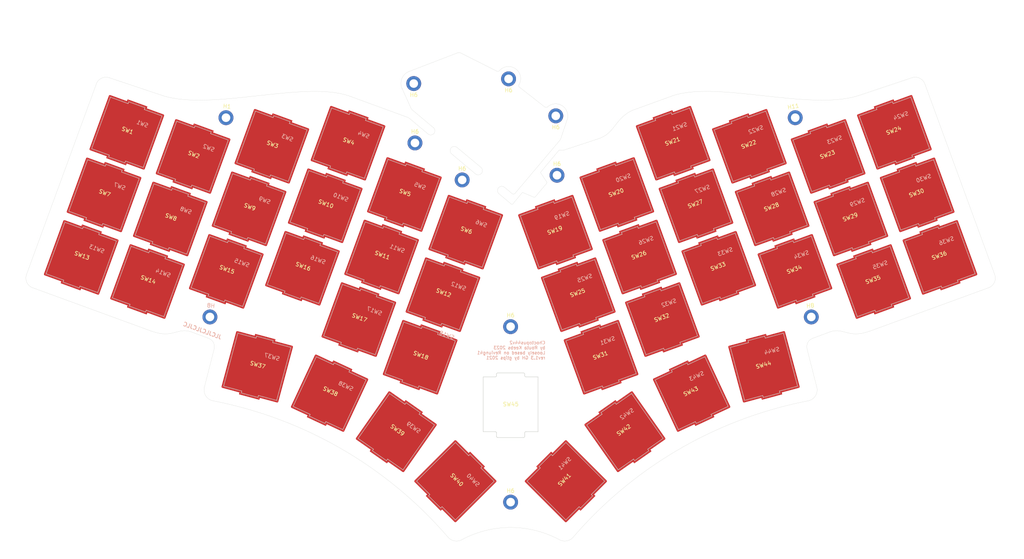
<source format=kicad_pcb>
(kicad_pcb (version 20211014) (generator pcbnew)
  (title_block (title "Choctopus44 switch plate") (date "2023-05-11") (rev "2.0"))
  (layers (0 "F.Cu" signal) (31 "B.Cu" signal) (34 "B.Paste" user) (35 "F.Paste" user) (36 "B.SilkS" user "B.Silkscreen") (37 "F.SilkS" user "F.Silkscreen") (38 "B.Mask" user) (39 "F.Mask" user) (44 "Edge.Cuts" user))
  (net 0 "")
  (net 1 "GND")
  (footprint "custom-electronics:choc-plate-cutout" (layer "F.Cu") (at 106.763682 65.017964 -20)
    (fp_text reference "SW4")
    (fp_text value "SW_PUSH")
    (fp_line (start 2.2 -7.5) (end 2.2 -7) (layer "Edge.Cuts") (width 0.12))
    (fp_line (start -2.2 -7) (end -7 -7) (layer "Edge.Cuts") (width 0.12))
    (fp_line (start 2.2 7.5) (end 2.2 7) (layer "Edge.Cuts") (width 0.12))
    (fp_line (start -7 -7) (end -7 7) (layer "Edge.Cuts") (width 0.12))
    (fp_line (start -2.2 7.5) (end -2.2 7) (layer "Edge.Cuts") (width 0.12))
    (fp_line (start 7 7) (end 2.2 7) (layer "Edge.Cuts") (width 0.12))
    (fp_line (start -2.2 7.5) (end 2.2 7.5) (layer "Edge.Cuts") (width 0.12))
    (fp_line (start -2.2 -7.5) (end 2.2 -7.5) (layer "Edge.Cuts") (width 0.12))
    (fp_line (start -7 7) (end -2.2 7) (layer "Edge.Cuts") (width 0.12))
    (fp_line (start 7 -7) (end 7 7) (layer "Edge.Cuts") (width 0.12))
    (fp_line (start 7 -7) (end 2.2 -7) (layer "Edge.Cuts") (width 0.12))
    (fp_line (start -2.2 -7.5) (end -2.2 -7) (layer "Edge.Cuts") (width 0.12))
  )
  (footprint "custom-electronics:choc-plate-cutout" (layer "F.Cu") (at 83.596011 122.133503 -15)
    (fp_text reference "SW37")
    (fp_text value "SW_PUSH")
    (fp_line (start -2.2 -7) (end -7 -7) (layer "Edge.Cuts") (width 0.12))
    (fp_line (start -7 -7) (end -7 7) (layer "Edge.Cuts") (width 0.12))
    (fp_line (start 7 -7) (end 2.2 -7) (layer "Edge.Cuts") (width 0.12))
    (fp_line (start 7 -7) (end 7 7) (layer "Edge.Cuts") (width 0.12))
    (fp_line (start 2.2 7.5) (end 2.2 7) (layer "Edge.Cuts") (width 0.12))
    (fp_line (start -7 7) (end -2.2 7) (layer "Edge.Cuts") (width 0.12))
    (fp_line (start -2.2 -7.5) (end 2.2 -7.5) (layer "Edge.Cuts") (width 0.12))
    (fp_line (start -2.2 7.5) (end -2.2 7) (layer "Edge.Cuts") (width 0.12))
    (fp_line (start 7 7) (end 2.2 7) (layer "Edge.Cuts") (width 0.12))
    (fp_line (start 2.2 -7.5) (end 2.2 -7) (layer "Edge.Cuts") (width 0.12))
    (fp_line (start -2.2 7.5) (end 2.2 7.5) (layer "Edge.Cuts") (width 0.12))
    (fp_line (start -2.2 -7.5) (end -2.2 -7) (layer "Edge.Cuts") (width 0.12))
  )
  (footprint "Keebio-Parts:breakaway-mousebites" (layer "F.Cu") (at 143.858956 73.535159 140)
    (fp_text reference "REF**" hide)
    (fp_text value "breakaway-mousebites" hide)
  )
  (footprint "Keebio-Parts:breakaway-mousebites" (layer "F.Cu") (at 130.036732 65.394575 -40)
    (fp_text reference "REF**" hide)
    (fp_text value "breakaway-mousebites" hide)
  )
  (footprint "MountingHole:MountingHole_2.2mm_M2_ISO14580_Pad" (layer "F.Cu") (at 148.26 156.7)
    (fp_text reference "H6")
    (fp_text value "H6")
  )
  (footprint "custom-electronics:choc-plate-cutout" (layer "F.Cu") (at 121.152131 78.114956 -20)
    (fp_text reference "SW5")
    (fp_text value "SW_PUSH")
    (fp_line (start -2.2 -7.5) (end -2.2 -7) (layer "Edge.Cuts") (width 0.12))
    (fp_line (start 2.2 -7.5) (end 2.2 -7) (layer "Edge.Cuts") (width 0.12))
    (fp_line (start -2.2 7.5) (end -2.2 7) (layer "Edge.Cuts") (width 0.12))
    (fp_line (start -7 -7) (end -7 7) (layer "Edge.Cuts") (width 0.12))
    (fp_line (start 7 -7) (end 2.2 -7) (layer "Edge.Cuts") (width 0.12))
    (fp_line (start -2.2 -7) (end -7 -7) (layer "Edge.Cuts") (width 0.12))
    (fp_line (start -2.2 -7.5) (end 2.2 -7.5) (layer "Edge.Cuts") (width 0.12))
    (fp_line (start 7 -7) (end 7 7) (layer "Edge.Cuts") (width 0.12))
    (fp_line (start 7 7) (end 2.2 7) (layer "Edge.Cuts") (width 0.12))
    (fp_line (start -2.2 7.5) (end 2.2 7.5) (layer "Edge.Cuts") (width 0.12))
    (fp_line (start -7 7) (end -2.2 7) (layer "Edge.Cuts") (width 0.12))
    (fp_line (start 2.2 7.5) (end 2.2 7) (layer "Edge.Cuts") (width 0.12))
  )
  (footprint "custom-electronics:choc-plate-cutout" (layer "F.Cu") (at 162.356622 151.356308 45)
    (fp_text reference "SW41")
    (fp_text value "SW_PUSH")
    (fp_line (start 7 -7) (end 7 7) (layer "Edge.Cuts") (width 0.12))
    (fp_line (start -2.2 -7.5) (end -2.2 -7) (layer "Edge.Cuts") (width 0.12))
    (fp_line (start -7 -7) (end -7 7) (layer "Edge.Cuts") (width 0.12))
    (fp_line (start -2.2 7.5) (end 2.2 7.5) (layer "Edge.Cuts") (width 0.12))
    (fp_line (start -2.2 -7.5) (end 2.2 -7.5) (layer "Edge.Cuts") (width 0.12))
    (fp_line (start -7 7) (end -2.2 7) (layer "Edge.Cuts") (width 0.12))
    (fp_line (start 2.2 7.5) (end 2.2 7) (layer "Edge.Cuts") (width 0.12))
    (fp_line (start 7 -7) (end 2.2 -7) (layer "Edge.Cuts") (width 0.12))
    (fp_line (start 7 7) (end 2.2 7) (layer "Edge.Cuts") (width 0.12))
    (fp_line (start -2.2 7.5) (end -2.2 7) (layer "Edge.Cuts") (width 0.12))
    (fp_line (start -2.2 -7) (end -7 -7) (layer "Edge.Cuts") (width 0.12))
    (fp_line (start 2.2 -7.5) (end 2.2 -7) (layer "Edge.Cuts") (width 0.12))
  )
  (footprint "custom-electronics:choc-plate-cutout" (layer "F.Cu") (at 201.384627 96.967073 20)
    (fp_text reference "SW33")
    (fp_text value "SW_PUSH")
    (fp_line (start 2.2 -7.5) (end 2.2 -7) (layer "Edge.Cuts") (width 0.12))
    (fp_line (start -2.2 7.5) (end -2.2 7) (layer "Edge.Cuts") (width 0.12))
    (fp_line (start -2.2 -7.5) (end 2.2 -7.5) (layer "Edge.Cuts") (width 0.12))
    (fp_line (start 7 7) (end 2.2 7) (layer "Edge.Cuts") (width 0.12))
    (fp_line (start -7 7) (end -2.2 7) (layer "Edge.Cuts") (width 0.12))
    (fp_line (start -2.2 7.5) (end 2.2 7.5) (layer "Edge.Cuts") (width 0.12))
    (fp_line (start 2.2 7.5) (end 2.2 7) (layer "Edge.Cuts") (width 0.12))
    (fp_line (start -7 -7) (end -7 7) (layer "Edge.Cuts") (width 0.12))
    (fp_line (start -2.2 -7) (end -7 -7) (layer "Edge.Cuts") (width 0.12))
    (fp_line (start 7 -7) (end 2.2 -7) (layer "Edge.Cuts") (width 0.12))
    (fp_line (start -2.2 -7.5) (end -2.2 -7) (layer "Edge.Cuts") (width 0.12))
    (fp_line (start 7 -7) (end 7 7) (layer "Edge.Cuts") (width 0.12))
  )
  (footprint "MountingHole:MountingHole_2.2mm_M2_ISO14580_Pad" (layer "F.Cu") (at 147.740255 48.578849 180)
    (fp_text reference "H6")
    (fp_text value "H6")
  )
  (footprint "custom-electronics:choc-plate-cutout" (layer "F.Cu") (at 175.368093 78.115291 20)
    (fp_text reference "SW20")
    (fp_text value "SW_PUSH")
    (fp_line (start -2.2 -7.5) (end -2.2 -7) (layer "Edge.Cuts") (width 0.12))
    (fp_line (start 7 -7) (end 2.2 -7) (layer "Edge.Cuts") (width 0.12))
    (fp_line (start -7 -7) (end -7 7) (layer "Edge.Cuts") (width 0.12))
    (fp_line (start -2.2 7.5) (end 2.2 7.5) (layer "Edge.Cuts") (width 0.12))
    (fp_line (start 7 -7) (end 7 7) (layer "Edge.Cuts") (width 0.12))
    (fp_line (start -2.2 -7) (end -7 -7) (layer "Edge.Cuts") (width 0.12))
    (fp_line (start 2.2 7.5) (end 2.2 7) (layer "Edge.Cuts") (width 0.12))
    (fp_line (start 2.2 -7.5) (end 2.2 -7) (layer "Edge.Cuts") (width 0.12))
    (fp_line (start -2.2 -7.5) (end 2.2 -7.5) (layer "Edge.Cuts") (width 0.12))
    (fp_line (start 7 7) (end 2.2 7) (layer "Edge.Cuts") (width 0.12))
    (fp_line (start -2.2 7.5) (end -2.2 7) (layer "Edge.Cuts") (width 0.12))
    (fp_line (start -7 7) (end -2.2 7) (layer "Edge.Cuts") (width 0.12))
  )
  (footprint "custom-electronics:choc-plate-cutout" (layer "F.Cu") (at 189.755942 65.017524 20)
    (fp_text reference "SW21")
    (fp_text value "SW_PUSH")
    (fp_line (start -2.2 -7.5) (end -2.2 -7) (layer "Edge.Cuts") (width 0.12))
    (fp_line (start -2.2 7.5) (end -2.2 7) (layer "Edge.Cuts") (width 0.12))
    (fp_line (start 2.2 7.5) (end 2.2 7) (layer "Edge.Cuts") (width 0.12))
    (fp_line (start 7 -7) (end 2.2 -7) (layer "Edge.Cuts") (width 0.12))
    (fp_line (start 7 -7) (end 7 7) (layer "Edge.Cuts") (width 0.12))
    (fp_line (start 7 7) (end 2.2 7) (layer "Edge.Cuts") (width 0.12))
    (fp_line (start -7 -7) (end -7 7) (layer "Edge.Cuts") (width 0.12))
    (fp_line (start -2.2 -7.5) (end 2.2 -7.5) (layer "Edge.Cuts") (width 0.12))
    (fp_line (start -2.2 -7) (end -7 -7) (layer "Edge.Cuts") (width 0.12))
    (fp_line (start -7 7) (end -2.2 7) (layer "Edge.Cuts") (width 0.12))
    (fp_line (start 2.2 -7.5) (end 2.2 -7) (layer "Edge.Cuts") (width 0.12))
    (fp_line (start -2.2 7.5) (end 2.2 7.5) (layer "Edge.Cuts") (width 0.12))
  )
  (footprint "custom-electronics:choc-plate-cutout" (layer "F.Cu") (at 229.295363 68.394525 20)
    (fp_text reference "SW23")
    (fp_text value "SW_PUSH")
    (fp_line (start 7 -7) (end 7 7) (layer "Edge.Cuts") (width 0.12))
    (fp_line (start -7 -7) (end -7 7) (layer "Edge.Cuts") (width 0.12))
    (fp_line (start -2.2 -7.5) (end 2.2 -7.5) (layer "Edge.Cuts") (width 0.12))
    (fp_line (start 2.2 7.5) (end 2.2 7) (layer "Edge.Cuts") (width 0.12))
    (fp_line (start -2.2 -7.5) (end -2.2 -7) (layer "Edge.Cuts") (width 0.12))
    (fp_line (start -2.2 -7) (end -7 -7) (layer "Edge.Cuts") (width 0.12))
    (fp_line (start -2.2 7.5) (end -2.2 7) (layer "Edge.Cuts") (width 0.12))
    (fp_line (start -2.2 7.5) (end 2.2 7.5) (layer "Edge.Cuts") (width 0.12))
    (fp_line (start 7 7) (end 2.2 7) (layer "Edge.Cuts") (width 0.12))
    (fp_line (start 2.2 -7.5) (end 2.2 -7) (layer "Edge.Cuts") (width 0.12))
    (fp_line (start 7 -7) (end 2.2 -7) (layer "Edge.Cuts") (width 0.12))
    (fp_line (start -7 7) (end -2.2 7) (layer "Edge.Cuts") (width 0.12))
  )
  (footprint "MountingHole:MountingHole_2.2mm_M2_ISO14580_Pad" (layer "F.Cu") (at 159.790255 58.028849 180)
    (fp_text reference "H6")
    (fp_text value "H6")
  )
  (footprint "MountingHole:MountingHole_2.2mm_M2_ISO14580_Pad" (layer "F.Cu") (at 75.62 58.5 -5)
    (fp_text reference "H1")
    (fp_text value "H1")
  )
  (footprint "custom-electronics:choc-plate-cutout" (layer "F.Cu") (at 136.805326 87.736853 -20)
    (fp_text reference "SW6")
    (fp_text value "SW_PUSH")
    (fp_line (start 7 -7) (end 2.2 -7) (layer "Edge.Cuts") (width 0.12))
    (fp_line (start 7 -7) (end 7 7) (layer "Edge.Cuts") (width 0.12))
    (fp_line (start 7 7) (end 2.2 7) (layer "Edge.Cuts") (width 0.12))
    (fp_line (start -2.2 -7) (end -7 -7) (layer "Edge.Cuts") (width 0.12))
    (fp_line (start -2.2 -7.5) (end -2.2 -7) (layer "Edge.Cuts") (width 0.12))
    (fp_line (start -2.2 -7.5) (end 2.2 -7.5) (layer "Edge.Cuts") (width 0.12))
    (fp_line (start -2.2 7.5) (end 2.2 7.5) (layer "Edge.Cuts") (width 0.12))
    (fp_line (start 2.2 7.5) (end 2.2 7) (layer "Edge.Cuts") (width 0.12))
    (fp_line (start 2.2 -7.5) (end 2.2 -7) (layer "Edge.Cuts") (width 0.12))
    (fp_line (start -2.2 7.5) (end -2.2 7) (layer "Edge.Cuts") (width 0.12))
    (fp_line (start -7 -7) (end -7 7) (layer "Edge.Cuts") (width 0.12))
    (fp_line (start -7 7) (end -2.2 7) (layer "Edge.Cuts") (width 0.12))
  )
  (footprint "Keebio-Parts:breakaway-mousebites" (layer "F.Cu") (at 142.136732 75.594575 -40)
    (fp_text reference "REF**" hide)
    (fp_text value "breakaway-mousebites" hide)
  )
  (footprint "custom-electronics:choc-plate-cutout" (layer "F.Cu") (at 67.224859 68.394191 -20)
    (fp_text reference "SW2")
    (fp_text value "SW_PUSH")
    (fp_line (start -2.2 -7) (end -7 -7) (layer "Edge.Cuts") (width 0.12))
    (fp_line (start 7 -7) (end 7 7) (layer "Edge.Cuts") (width 0.12))
    (fp_line (start -7 7) (end -2.2 7) (layer "Edge.Cuts") (width 0.12))
    (fp_line (start -2.2 7.5) (end -2.2 7) (layer "Edge.Cuts") (width 0.12))
    (fp_line (start 7 7) (end 2.2 7) (layer "Edge.Cuts") (width 0.12))
    (fp_line (start 2.2 -7.5) (end 2.2 -7) (layer "Edge.Cuts") (width 0.12))
    (fp_line (start 2.2 7.5) (end 2.2 7) (layer "Edge.Cuts") (width 0.12))
    (fp_line (start -2.2 7.5) (end 2.2 7.5) (layer "Edge.Cuts") (width 0.12))
    (fp_line (start -2.2 -7.5) (end -2.2 -7) (layer "Edge.Cuts") (width 0.12))
    (fp_line (start 7 -7) (end 2.2 -7) (layer "Edge.Cuts") (width 0.12))
    (fp_line (start -2.2 -7.5) (end 2.2 -7.5) (layer "Edge.Cuts") (width 0.12))
    (fp_line (start -7 -7) (end -7 7) (layer "Edge.Cuts") (width 0.12))
  )
  (footprint "custom-electronics:choc-plate-cutout" (layer "F.Cu") (at 81.509169 81.77712 -20)
    (fp_text reference "SW9")
    (fp_text value "SW_PUSH")
    (fp_line (start -2.2 7.5) (end 2.2 7.5) (layer "Edge.Cuts") (width 0.12))
    (fp_line (start 7 7) (end 2.2 7) (layer "Edge.Cuts") (width 0.12))
    (fp_line (start 7 -7) (end 2.2 -7) (layer "Edge.Cuts") (width 0.12))
    (fp_line (start -2.2 7.5) (end -2.2 7) (layer "Edge.Cuts") (width 0.12))
    (fp_line (start -2.2 -7.5) (end 2.2 -7.5) (layer "Edge.Cuts") (width 0.12))
    (fp_line (start 7 -7) (end 7 7) (layer "Edge.Cuts") (width 0.12))
    (fp_line (start -7 7) (end -2.2 7) (layer "Edge.Cuts") (width 0.12))
    (fp_line (start 2.2 -7.5) (end 2.2 -7) (layer "Edge.Cuts") (width 0.12))
    (fp_line (start -7 -7) (end -7 7) (layer "Edge.Cuts") (width 0.12))
    (fp_line (start -2.2 -7.5) (end -2.2 -7) (layer "Edge.Cuts") (width 0.12))
    (fp_line (start 2.2 7.5) (end 2.2 7) (layer "Edge.Cuts") (width 0.12))
    (fp_line (start -2.2 -7) (end -7 -7) (layer "Edge.Cuts") (width 0.12))
  )
  (footprint "custom-electronics:choc-plate-cutout" (layer "F.Cu") (at 220.825396 97.75223 20)
    (fp_text reference "SW34")
    (fp_text value "SW_PUSH")
    (fp_line (start -2.2 -7.5) (end -2.2 -7) (layer "Edge.Cuts") (width 0.12))
    (fp_line (start 2.2 7.5) (end 2.2 7) (layer "Edge.Cuts") (width 0.12))
    (fp_line (start -2.2 -7.5) (end 2.2 -7.5) (layer "Edge.Cuts") (width 0.12))
    (fp_line (start -2.2 7.5) (end 2.2 7.5) (layer "Edge.Cuts") (width 0.12))
    (fp_line (start -7 7) (end -2.2 7) (layer "Edge.Cuts") (width 0.12))
    (fp_line (start -2.2 7.5) (end -2.2 7) (layer "Edge.Cuts") (width 0.12))
    (fp_line (start 2.2 -7.5) (end 2.2 -7) (layer "Edge.Cuts") (width 0.12))
    (fp_line (start -7 -7) (end -7 7) (layer "Edge.Cuts") (width 0.12))
    (fp_line (start 7 -7) (end 2.2 -7) (layer "Edge.Cuts") (width 0.12))
    (fp_line (start -2.2 -7) (end -7 -7) (layer "Edge.Cuts") (width 0.12))
    (fp_line (start 7 7) (end 2.2 7) (layer "Edge.Cuts") (width 0.12))
    (fp_line (start 7 -7) (end 7 7) (layer "Edge.Cuts") (width 0.12))
  )
  (footprint "custom-electronics:choc-plate-cutout" (layer "F.Cu") (at 195.570284 80.992298 20)
    (fp_text reference "SW27")
    (fp_text value "SW_PUSH")
    (fp_line (start 2.2 -7.5) (end 2.2 -7) (layer "Edge.Cuts") (width 0.12))
    (fp_line (start 7 -7) (end 7 7) (layer "Edge.Cuts") (width 0.12))
    (fp_line (start -2.2 7.5) (end 2.2 7.5) (layer "Edge.Cuts") (width 0.12))
    (fp_line (start 7 -7) (end 2.2 -7) (layer "Edge.Cuts") (width 0.12))
    (fp_line (start -2.2 -7.5) (end 2.2 -7.5) (layer "Edge.Cuts") (width 0.12))
    (fp_line (start 7 7) (end 2.2 7) (layer "Edge.Cuts") (width 0.12))
    (fp_line (start -2.2 7.5) (end -2.2 7) (layer "Edge.Cuts") (width 0.12))
    (fp_line (start -2.2 -7.5) (end -2.2 -7) (layer "Edge.Cuts") (width 0.12))
    (fp_line (start -2.2 -7) (end -7 -7) (layer "Edge.Cuts") (width 0.12))
    (fp_line (start -7 -7) (end -7 7) (layer "Edge.Cuts") (width 0.12))
    (fp_line (start 2.2 7.5) (end 2.2 7) (layer "Edge.Cuts") (width 0.12))
    (fp_line (start -7 7) (end -2.2 7) (layer "Edge.Cuts") (width 0.12))
  )
  (footprint "custom-electronics:choc-plate-cutout" (layer "F.Cu") (at 102.057334 128.86549 -25)
    (fp_text reference "SW38")
    (fp_text value "SW_PUSH")
    (fp_line (start 7 -7) (end 2.2 -7) (layer "Edge.Cuts") (width 0.12))
    (fp_line (start -2.2 -7.5) (end 2.2 -7.5) (layer "Edge.Cuts") (width 0.12))
    (fp_line (start -7 7) (end -2.2 7) (layer "Edge.Cuts") (width 0.12))
    (fp_line (start -2.2 -7) (end -7 -7) (layer "Edge.Cuts") (width 0.12))
    (fp_line (start 7 -7) (end 7 7) (layer "Edge.Cuts") (width 0.12))
    (fp_line (start 2.2 -7.5) (end 2.2 -7) (layer "Edge.Cuts") (width 0.12))
    (fp_line (start 2.2 7.5) (end 2.2 7) (layer "Edge.Cuts") (width 0.12))
    (fp_line (start -2.2 7.5) (end 2.2 7.5) (layer "Edge.Cuts") (width 0.12))
    (fp_line (start -2.2 -7.5) (end -2.2 -7) (layer "Edge.Cuts") (width 0.12))
    (fp_line (start -7 -7) (end -7 7) (layer "Edge.Cuts") (width 0.12))
    (fp_line (start -2.2 7.5) (end -2.2 7) (layer "Edge.Cuts") (width 0.12))
    (fp_line (start 7 7) (end 2.2 7) (layer "Edge.Cuts") (width 0.12))
  )
  (footprint "custom-electronics:choc-plate-cutout" (layer "F.Cu") (at 165.52924 103.711962 20)
    (fp_text reference "SW25")
    (fp_text value "SW_PUSH")
    (fp_line (start 2.2 -7.5) (end 2.2 -7) (layer "Edge.Cuts") (width 0.12))
    (fp_line (start 2.2 7.5) (end 2.2 7) (layer "Edge.Cuts") (width 0.12))
    (fp_line (start -2.2 -7.5) (end 2.2 -7.5) (layer "Edge.Cuts") (width 0.12))
    (fp_line (start 7 -7) (end 2.2 -7) (layer "Edge.Cuts") (width 0.12))
    (fp_line (start 7 7) (end 2.2 7) (layer "Edge.Cuts") (width 0.12))
    (fp_line (start -7 -7) (end -7 7) (layer "Edge.Cuts") (width 0.12))
    (fp_line (start 7 -7) (end 7 7) (layer "Edge.Cuts") (width 0.12))
    (fp_line (start -2.2 7.5) (end -2.2 7) (layer "Edge.Cuts") (width 0.12))
    (fp_line (start -2.2 -7) (end -7 -7) (layer "Edge.Cuts") (width 0.12))
    (fp_line (start -2.2 7.5) (end 2.2 7.5) (layer "Edge.Cuts") (width 0.12))
    (fp_line (start -7 7) (end -2.2 7) (layer "Edge.Cuts") (width 0.12))
    (fp_line (start -2.2 -7.5) (end -2.2 -7) (layer "Edge.Cuts") (width 0.12))
  )
  (footprint "custom-electronics:choc-plate-cutout" (layer "F.Cu") (at 55.596174 100.34374 -20)
    (fp_text reference "SW14")
    (fp_text value "SW_PUSH")
    (fp_line (start -2.2 -7.5) (end 2.2 -7.5) (layer "Edge.Cuts") (width 0.12))
    (fp_line (start 2.2 -7.5) (end 2.2 -7) (layer "Edge.Cuts") (width 0.12))
    (fp_line (start -2.2 7.5) (end 2.2 7.5) (layer "Edge.Cuts") (width 0.12))
    (fp_line (start -7 -7) (end -7 7) (layer "Edge.Cuts") (width 0.12))
    (fp_line (start -2.2 -7.5) (end -2.2 -7) (layer "Edge.Cuts") (width 0.12))
    (fp_line (start -2.2 -7) (end -7 -7) (layer "Edge.Cuts") (width 0.12))
    (fp_line (start 7 7) (end 2.2 7) (layer "Edge.Cuts") (width 0.12))
    (fp_line (start -2.2 7.5) (end -2.2 7) (layer "Edge.Cuts") (width 0.12))
    (fp_line (start -7 7) (end -2.2 7) (layer "Edge.Cuts") (width 0.12))
    (fp_line (start 7 -7) (end 2.2 -7) (layer "Edge.Cuts") (width 0.12))
    (fp_line (start 2.2 7.5) (end 2.2 7) (layer "Edge.Cuts") (width 0.12))
    (fp_line (start 7 -7) (end 7 7) (layer "Edge.Cuts") (width 0.12))
  )
  (footprint "custom-electronics:choc-plate-cutout" (layer "F.Cu") (at 75.694827 97.751894 -20)
    (fp_text reference "SW15")
    (fp_text value "SW_PUSH")
    (fp_line (start -2.2 -7.5) (end 2.2 -7.5) (layer "Edge.Cuts") (width 0.12))
    (fp_line (start 7 -7) (end 2.2 -7) (layer "Edge.Cuts") (width 0.12))
    (fp_line (start -7 7) (end -2.2 7) (layer "Edge.Cuts") (width 0.12))
    (fp_line (start -7 -7) (end -7 7) (layer "Edge.Cuts") (width 0.12))
    (fp_line (start -2.2 7.5) (end -2.2 7) (layer "Edge.Cuts") (width 0.12))
    (fp_line (start 7 -7) (end 7 7) (layer "Edge.Cuts") (width 0.12))
    (fp_line (start -2.2 -7.5) (end -2.2 -7) (layer "Edge.Cuts") (width 0.12))
    (fp_line (start -2.2 -7) (end -7 -7) (layer "Edge.Cuts") (width 0.12))
    (fp_line (start 2.2 -7.5) (end 2.2 -7) (layer "Edge.Cuts") (width 0.12))
    (fp_line (start 7 7) (end 2.2 7) (layer "Edge.Cuts") (width 0.12))
    (fp_line (start 2.2 7.5) (end 2.2 7) (layer "Edge.Cuts") (width 0.12))
    (fp_line (start -2.2 7.5) (end 2.2 7.5) (layer "Edge.Cuts") (width 0.12))
  )
  (footprint "custom-electronics:choc-plate-cutout" (layer "F.Cu") (at 50.309974 62.238135 -20)
    (fp_text reference "SW1")
    (fp_text value "SW_PUSH")
    (fp_line (start -2.2 -7.5) (end -2.2 -7) (layer "Edge.Cuts") (width 0.12))
    (fp_line (start 7 7) (end 2.2 7) (layer "Edge.Cuts") (width 0.12))
    (fp_line (start -2.2 7.5) (end 2.2 7.5) (layer "Edge.Cuts") (width 0.12))
    (fp_line (start -2.2 7.5) (end -2.2 7) (layer "Edge.Cuts") (width 0.12))
    (fp_line (start -2.2 -7) (end -7 -7) (layer "Edge.Cuts") (width 0.12))
    (fp_line (start -7 -7) (end -7 7) (layer "Edge.Cuts") (width 0.12))
    (fp_line (start -2.2 -7.5) (end 2.2 -7.5) (layer "Edge.Cuts") (width 0.12))
    (fp_line (start 7 -7) (end 7 7) (layer "Edge.Cuts") (width 0.12))
    (fp_line (start 2.2 7.5) (end 2.2 7) (layer "Edge.Cuts") (width 0.12))
    (fp_line (start -7 7) (end -2.2 7) (layer "Edge.Cuts") (width 0.12))
    (fp_line (start 7 -7) (end 2.2 -7) (layer "Edge.Cuts") (width 0.12))
    (fp_line (start 2.2 -7.5) (end 2.2 -7) (layer "Edge.Cuts") (width 0.12))
  )
  (footprint "custom-electronics:choc-plate-cutout" (layer "F.Cu") (at 246.207856 62.231892 20)
    (fp_text reference "SW24")
    (fp_text value "SW_PUSH")
    (fp_line (start 7 7) (end 2.2 7) (layer "Edge.Cuts") (width 0.12))
    (fp_line (start -2.2 -7.5) (end -2.2 -7) (layer "Edge.Cuts") (width 0.12))
    (fp_line (start 7 -7) (end 7 7) (layer "Edge.Cuts") (width 0.12))
    (fp_line (start -2.2 7.5) (end 2.2 7.5) (layer "Edge.Cuts") (width 0.12))
    (fp_line (start 7 -7) (end 2.2 -7) (layer "Edge.Cuts") (width 0.12))
    (fp_line (start -7 -7) (end -7 7) (layer "Edge.Cuts") (width 0.12))
    (fp_line (start 2.2 -7.5) (end 2.2 -7) (layer "Edge.Cuts") (width 0.12))
    (fp_line (start -2.2 -7.5) (end 2.2 -7.5) (layer "Edge.Cuts") (width 0.12))
    (fp_line (start -2.2 7.5) (end -2.2 7) (layer "Edge.Cuts") (width 0.12))
    (fp_line (start -2.2 -7) (end -7 -7) (layer "Edge.Cuts") (width 0.12))
    (fp_line (start 2.2 7.5) (end 2.2 7) (layer "Edge.Cuts") (width 0.12))
    (fp_line (start -7 7) (end -2.2 7) (layer "Edge.Cuts") (width 0.12))
  )
  (footprint "custom-electronics:choc-plate-cutout" (layer "F.Cu") (at 61.410517 84.368965 -20)
    (fp_text reference "SW8")
    (fp_text value "SW_PUSH")
    (fp_line (start 7 -7) (end 2.2 -7) (layer "Edge.Cuts") (width 0.12))
    (fp_line (start -7 -7) (end -7 7) (layer "Edge.Cuts") (width 0.12))
    (fp_line (start 7 7) (end 2.2 7) (layer "Edge.Cuts") (width 0.12))
    (fp_line (start -2.2 7.5) (end -2.2 7) (layer "Edge.Cuts") (width 0.12))
    (fp_line (start -2.2 -7.5) (end 2.2 -7.5) (layer "Edge.Cuts") (width 0.12))
    (fp_line (start -7 7) (end -2.2 7) (layer "Edge.Cuts") (width 0.12))
    (fp_line (start -2.2 -7.5) (end -2.2 -7) (layer "Edge.Cuts") (width 0.12))
    (fp_line (start 2.2 -7.5) (end 2.2 -7) (layer "Edge.Cuts") (width 0.12))
    (fp_line (start 7 -7) (end 7 7) (layer "Edge.Cuts") (width 0.12))
    (fp_line (start -2.2 -7) (end -7 -7) (layer "Edge.Cuts") (width 0.12))
    (fp_line (start -2.2 7.5) (end 2.2 7.5) (layer "Edge.Cuts") (width 0.12))
    (fp_line (start 2.2 7.5) (end 2.2 7) (layer "Edge.Cuts") (width 0.12))
  )
  (footprint "custom-electronics:choc-plate-cutout" (layer "F.Cu") (at 177.428956 138.709806 35)
    (fp_text reference "SW42")
    (fp_text value "SW_PUSH")
    (fp_line (start -2.2 7.5) (end 2.2 7.5) (layer "Edge.Cuts") (width 0.12))
    (fp_line (start -7 7) (end -2.2 7) (layer "Edge.Cuts") (width 0.12))
    (fp_line (start -2.2 -7) (end -7 -7) (layer "Edge.Cuts") (width 0.12))
    (fp_line (start 2.2 7.5) (end 2.2 7) (layer "Edge.Cuts") (width 0.12))
    (fp_line (start 7 -7) (end 2.2 -7) (layer "Edge.Cuts") (width 0.12))
    (fp_line (start 7 7) (end 2.2 7) (layer "Edge.Cuts") (width 0.12))
    (fp_line (start -7 -7) (end -7 7) (layer "Edge.Cuts") (width 0.12))
    (fp_line (start -2.2 7.5) (end -2.2 7) (layer "Edge.Cuts") (width 0.12))
    (fp_line (start 7 -7) (end 7 7) (layer "Edge.Cuts") (width 0.12))
    (fp_line (start -2.2 -7.5) (end 2.2 -7.5) (layer "Edge.Cuts") (width 0.12))
    (fp_line (start -2.2 -7.5) (end -2.2 -7) (layer "Edge.Cuts") (width 0.12))
    (fp_line (start 2.2 -7.5) (end 2.2 -7) (layer "Edge.Cuts") (width 0.12))
  )
  (footprint "custom-electronics:choc-plate-cutout" (layer "F.Cu") (at 186.996778 110.06484 20)
    (fp_text reference "SW32")
    (fp_text value "SW_PUSH")
    (fp_line (start -2.2 -7.5) (end -2.2 -7) (layer "Edge.Cuts") (width 0.12))
    (fp_line (start 7 -7) (end 2.2 -7) (layer "Edge.Cuts") (width 0.12))
    (fp_line (start -7 -7) (end -7 7) (layer "Edge.Cuts") (width 0.12))
    (fp_line (start -2.2 7.5) (end 2.2 7.5) (layer "Edge.Cuts") (width 0.12))
    (fp_line (start -2.2 -7) (end -7 -7) (layer "Edge.Cuts") (width 0.12))
    (fp_line (start 2.2 7.5) (end 2.2 7) (layer "Edge.Cuts") (width 0.12))
    (fp_line (start 2.2 -7.5) (end 2.2 -7) (layer "Edge.Cuts") (width 0.12))
    (fp_line (start 7 7) (end 2.2 7) (layer "Edge.Cuts") (width 0.12))
    (fp_line (start -2.2 7.5) (end -2.2 7) (layer "Edge.Cuts") (width 0.12))
    (fp_line (start 7 -7) (end 7 7) (layer "Edge.Cuts") (width 0.12))
    (fp_line (start -7 7) (end -2.2 7) (layer "Edge.Cuts") (width 0.12))
    (fp_line (start -2.2 -7.5) (end 2.2 -7.5) (layer "Edge.Cuts") (width 0.12))
  )
  (footprint "custom-electronics:choc-plate-cutout" (layer "F.Cu") (at 125.176641 119.686402 -20)
    (fp_text reference "SW18")
    (fp_text value "SW_PUSH")
    (fp_line (start 7 -7) (end 7 7) (layer "Edge.Cuts") (width 0.12))
    (fp_line (start -2.2 -7.5) (end -2.2 -7) (layer "Edge.Cuts") (width 0.12))
    (fp_line (start -7 7) (end -2.2 7) (layer "Edge.Cuts") (width 0.12))
    (fp_line (start 7 7) (end 2.2 7) (layer "Edge.Cuts") (width 0.12))
    (fp_line (start -2.2 -7) (end -7 -7) (layer "Edge.Cuts") (width 0.12))
    (fp_line (start 2.2 7.5) (end 2.2 7) (layer "Edge.Cuts") (width 0.12))
    (fp_line (start 2.2 -7.5) (end 2.2 -7) (layer "Edge.Cuts") (width 0.12))
    (fp_line (start -2.2 -7.5) (end 2.2 -7.5) (layer "Edge.Cuts") (width 0.12))
    (fp_line (start -7 -7) (end -7 7) (layer "Edge.Cuts") (width 0.12))
    (fp_line (start 7 -7) (end 2.2 -7) (layer "Edge.Cuts") (width 0.12))
    (fp_line (start -2.2 7.5) (end 2.2 7.5) (layer "Edge.Cuts") (width 0.12))
    (fp_line (start -2.2 7.5) (end -2.2 7) (layer "Edge.Cuts") (width 0.12))
  )
  (footprint "MountingHole:MountingHole_2.2mm_M2_ISO14580_Pad" (layer "F.Cu") (at 135.9 74.4)
    (fp_text reference "H6")
    (fp_text value "H6")
  )
  (footprint "MountingHole:MountingHole_2.2mm_M2_ISO14580_Pad" (layer "F.Cu") (at 220.9 58.5 10)
    (fp_text reference "H11")
    (fp_text value "H11")
  )
  (footprint "MountingHole:MountingHole_2.2mm_M2_ISO14580_Pad" (layer "F.Cu") (at 123.540255 49.778849 180)
    (fp_text reference "H6")
    (fp_text value "H6")
  )
  (footprint "custom-electronics:choc-plate-cutout" (layer "F.Cu") (at 209.196711 65.802681 20)
    (fp_text reference "SW22")
    (fp_text value "SW_PUSH")
    (fp_line (start -7 7) (end -2.2 7) (layer "Edge.Cuts") (width 0.12))
    (fp_line (start -7 -7) (end -7 7) (layer "Edge.Cuts") (width 0.12))
    (fp_line (start 7 -7) (end 2.2 -7) (layer "Edge.Cuts") (width 0.12))
    (fp_line (start -2.2 -7.5) (end -2.2 -7) (layer "Edge.Cuts") (width 0.12))
    (fp_line (start 7 -7) (end 7 7) (layer "Edge.Cuts") (width 0.12))
    (fp_line (start -2.2 7.5) (end 2.2 7.5) (layer "Edge.Cuts") (width 0.12))
    (fp_line (start 7 7) (end 2.2 7) (layer "Edge.Cuts") (width 0.12))
    (fp_line (start -2.2 -7) (end -7 -7) (layer "Edge.Cuts") (width 0.12))
    (fp_line (start -2.2 7.5) (end -2.2 7) (layer "Edge.Cuts") (width 0.12))
    (fp_line (start -2.2 -7.5) (end 2.2 -7.5) (layer "Edge.Cuts") (width 0.12))
    (fp_line (start 2.2 -7.5) (end 2.2 -7) (layer "Edge.Cuts") (width 0.12))
    (fp_line (start 2.2 7.5) (end 2.2 7) (layer "Edge.Cuts") (width 0.12))
  )
  (footprint "custom-electronics:choc-plate-cutout" (layer "F.Cu") (at 215.011054 81.777455 20)
    (fp_text reference "SW28")
    (fp_text value "SW_PUSH")
    (fp_line (start -2.2 7.5) (end -2.2 7) (layer "Edge.Cuts") (width 0.12))
    (fp_line (start 2.2 7.5) (end 2.2 7) (layer "Edge.Cuts") (width 0.12))
    (fp_line (start 7 -7) (end 7 7) (layer "Edge.Cuts") (width 0.12))
    (fp_line (start 7 -7) (end 2.2 -7) (layer "Edge.Cuts") (width 0.12))
    (fp_line (start -7 7) (end -2.2 7) (layer "Edge.Cuts") (width 0.12))
    (fp_line (start -2.2 -7.5) (end -2.2 -7) (layer "Edge.Cuts") (width 0.12))
    (fp_line (start 7 7) (end 2.2 7) (layer "Edge.Cuts") (width 0.12))
    (fp_line (start 2.2 -7.5) (end 2.2 -7) (layer "Edge.Cuts") (width 0.12))
    (fp_line (start -2.2 -7.5) (end 2.2 -7.5) (layer "Edge.Cuts") (width 0.12))
    (fp_line (start -2.2 -7) (end -7 -7) (layer "Edge.Cuts") (width 0.12))
    (fp_line (start -7 -7) (end -7 7) (layer "Edge.Cuts") (width 0.12))
    (fp_line (start -2.2 7.5) (end 2.2 7.5) (layer "Edge.Cuts") (width 0.12))
  )
  (footprint "MountingHole:MountingHole_2.2mm_M2_ISO14580_Pad" (layer "F.Cu") (at 123.85 64.95)
    (fp_text reference "H6")
    (fp_text value "H6")
  )
  (footprint "custom-electronics:custom-ec11-cutout" (layer "F.Cu") (at 148.26 131.7 90)
    (fp_text reference "SW45")
    (fp_text value "Rotary_Encoder_Switch")
    (fp_line (start -8.2 3.6) (end -7.3 3.6) (layer "Edge.Cuts") (width 0.12))
    (fp_line (start 7 -7) (end -7 -7) (layer "Edge.Cuts") (width 0.12))
    (fp_line (start -7 7) (end 7 7) (layer "Edge.Cuts") (width 0.12))
    (fp_line (start -7 3.9) (end -7 7) (layer "Edge.Cuts") (width 0.12))
    (fp_line (start 7 7) (end 7 3.9) (layer "Edge.Cuts") (width 0.12))
    (fp_line (start 7 -3.9) (end 7 -7) (layer "Edge.Cuts") (width 0.12))
    (fp_line (start -7.3 -3.6) (end -8.2 -3.6) (layer "Edge.Cuts") (width 0.12))
    (fp_line (start -8.5 -3.3) (end -8.5 3.3) (layer "Edge.Cuts") (width 0.12))
    (fp_line (start 7.3 3.6) (end 7.7 3.6) (layer "Edge.Cuts") (width 0.12))
    (fp_line (start 8 3.3) (end 8 -3.3) (layer "Edge.Cuts") (width 0.12))
    (fp_line (start 7.7 -3.6) (end 7.3 -3.6) (layer "Edge.Cuts") (width 0.12))
    (fp_line (start -7 -7) (end -7 -3.9) (layer "Edge.Cuts") (width 0.12))
    (fp_arc (start 7 3.9) (mid 7.087868 3.687868) (end 7.3 3.6) (layer "Edge.Cuts") (width 0.12))
    (fp_arc (start -8.5 -3.3) (mid -8.412132 -3.512132) (end -8.2 -3.6) (layer "Edge.Cuts") (width 0.12))
    (fp_arc (start -7.3 3.6) (mid -7.087868 3.687868) (end -7 3.9) (layer "Edge.Cuts") (width 0.12))
    (fp_arc (start 8 3.3) (mid 7.912132 3.512132) (end 7.7 3.6) (layer "Edge.Cuts") (width 0.12))
    (fp_arc (start 7.3 -3.6) (mid 7.087868 -3.687868) (end 7 -3.9) (layer "Edge.Cuts") (width 0.12))
    (fp_arc (start 7.7 -3.6) (mid 7.912132 -3.512132) (end 8 -3.3) (layer "Edge.Cuts") (width 0.12))
    (fp_arc (start -8.2 3.6) (mid -8.412132 3.512132) (end -8.5 3.3) (layer "Edge.Cuts") (width 0.12))
    (fp_arc (start -7 -3.9) (mid -7.087868 -3.687868) (end -7.3 -3.6) (layer "Edge.Cuts") (width 0.12))
  )
  (footprint "custom-electronics:choc-plate-cutout" (layer "F.Cu") (at 212.926243 122.133742 15)
    (fp_text reference "SW44")
    (fp_text value "SW_PUSH")
    (fp_line (start -2.2 7.5) (end 2.2 7.5) (layer "Edge.Cuts") (width 0.12))
    (fp_line (start 7 7) (end 2.2 7) (layer "Edge.Cuts") (width 0.12))
    (fp_line (start -2.2 -7.5) (end -2.2 -7) (layer "Edge.Cuts") (width 0.12))
    (fp_line (start -2.2 -7) (end -7 -7) (layer "Edge.Cuts") (width 0.12))
    (fp_line (start -2.2 -7.5) (end 2.2 -7.5) (layer "Edge.Cuts") (width 0.12))
    (fp_line (start -7 -7) (end -7 7) (layer "Edge.Cuts") (width 0.12))
    (fp_line (start 2.2 -7.5) (end 2.2 -7) (layer "Edge.Cuts") (width 0.12))
    (fp_line (start 2.2 7.5) (end 2.2 7) (layer "Edge.Cuts") (width 0.12))
    (fp_line (start 7 -7) (end 2.2 -7) (layer "Edge.Cuts") (width 0.12))
    (fp_line (start -7 7) (end -2.2 7) (layer "Edge.Cuts") (width 0.12))
    (fp_line (start -2.2 7.5) (end -2.2 7) (layer "Edge.Cuts") (width 0.12))
    (fp_line (start 7 -7) (end 7 7) (layer "Edge.Cuts") (width 0.12))
  )
  (footprint "MountingHole:MountingHole_2.2mm_M2_ISO14580_Pad" (layer "F.Cu") (at 160.1 73.2)
    (fp_text reference "H6")
    (fp_text value "H6")
  )
  (footprint "custom-electronics:choc-plate-cutout" (layer "F.Cu") (at 38.681289 94.187684 -20)
    (fp_text reference "SW13")
    (fp_text value "SW_PUSH")
    (fp_line (start -7 -7) (end -7 7) (layer "Edge.Cuts") (width 0.12))
    (fp_line (start -2.2 -7) (end -7 -7) (layer "Edge.Cuts") (width 0.12))
    (fp_line (start 2.2 -7.5) (end 2.2 -7) (layer "Edge.Cuts") (width 0.12))
    (fp_line (start -2.2 -7.5) (end -2.2 -7) (layer "Edge.Cuts") (width 0.12))
    (fp_line (start 7 -7) (end 2.2 -7) (layer "Edge.Cuts") (width 0.12))
    (fp_line (start 2.2 7.5) (end 2.2 7) (layer "Edge.Cuts") (width 0.12))
    (fp_line (start -2.2 -7.5) (end 2.2 -7.5) (layer "Edge.Cuts") (width 0.12))
    (fp_line (start 7 -7) (end 7 7) (layer "Edge.Cuts") (width 0.12))
    (fp_line (start -2.2 7.5) (end 2.2 7.5) (layer "Edge.Cuts") (width 0.12))
    (fp_line (start -2.2 7.5) (end -2.2 7) (layer "Edge.Cuts") (width 0.12))
    (fp_line (start -7 7) (end -2.2 7) (layer "Edge.Cuts") (width 0.12))
    (fp_line (start 7 7) (end 2.2 7) (layer "Edge.Cuts") (width 0.12))
  )
  (footprint "custom-electronics:choc-plate-cutout" (layer "F.Cu") (at 119.083878 138.708743 -35)
    (fp_text reference "SW39")
    (fp_text value "SW_PUSH")
    (fp_line (start -2.2 7.5) (end 2.2 7.5) (layer "Edge.Cuts") (width 0.12))
    (fp_line (start -2.2 7.5) (end -2.2 7) (layer "Edge.Cuts") (width 0.12))
    (fp_line (start 2.2 7.5) (end 2.2 7) (layer "Edge.Cuts") (width 0.12))
    (fp_line (start -2.2 -7.5) (end 2.2 -7.5) (layer "Edge.Cuts") (width 0.12))
    (fp_line (start 7 -7) (end 7 7) (layer "Edge.Cuts") (width 0.12))
    (fp_line (start 7 7) (end 2.2 7) (layer "Edge.Cuts") (width 0.12))
    (fp_line (start -7 -7) (end -7 7) (layer "Edge.Cuts") (width 0.12))
    (fp_line (start -2.2 -7) (end -7 -7) (layer "Edge.Cuts") (width 0.12))
    (fp_line (start 7 -7) (end 2.2 -7) (layer "Edge.Cuts") (width 0.12))
    (fp_line (start 2.2 -7.5) (end 2.2 -7) (layer "Edge.Cuts") (width 0.12))
    (fp_line (start -7 7) (end -2.2 7) (layer "Edge.Cuts") (width 0.12))
    (fp_line (start -2.2 -7.5) (end -2.2 -7) (layer "Edge.Cuts") (width 0.12))
  )
  (footprint "custom-electronics:choc-plate-cutout" (layer "F.Cu") (at 257.836541 94.181441 20)
    (fp_text reference "SW36")
    (fp_text value "SW_PUSH")
    (fp_line (start -2.2 -7) (end -7 -7) (layer "Edge.Cuts") (width 0.12))
    (fp_line (start -2.2 7.5) (end 2.2 7.5) (layer "Edge.Cuts") (width 0.12))
    (fp_line (start 7 7) (end 2.2 7) (layer "Edge.Cuts") (width 0.12))
    (fp_line (start -2.2 -7.5) (end -2.2 -7) (layer "Edge.Cuts") (width 0.12))
    (fp_line (start -2.2 7.5) (end -2.2 7) (layer "Edge.Cuts") (width 0.12))
    (fp_line (start -7 -7) (end -7 7) (layer "Edge.Cuts") (width 0.12))
    (fp_line (start -7 7) (end -2.2 7) (layer "Edge.Cuts") (width 0.12))
    (fp_line (start 2.2 -7.5) (end 2.2 -7) (layer "Edge.Cuts") (width 0.12))
    (fp_line (start 2.2 7.5) (end 2.2 7) (layer "Edge.Cuts") (width 0.12))
    (fp_line (start -2.2 -7.5) (end 2.2 -7.5) (layer "Edge.Cuts") (width 0.12))
    (fp_line (start 7 -7) (end 2.2 -7) (layer "Edge.Cuts") (width 0.12))
    (fp_line (start 7 -7) (end 7 7) (layer "Edge.Cuts") (width 0.12))
  )
  (footprint "custom-electronics:choc-plate-cutout" (layer "F.Cu") (at 171.343583 119.686736 20)
    (fp_text reference "SW31")
    (fp_text value "SW_PUSH")
    (fp_line (start 7 -7) (end 7 7) (layer "Edge.Cuts") (width 0.12))
    (fp_line (start -2.2 7.5) (end -2.2 7) (layer "Edge.Cuts") (width 0.12))
    (fp_line (start -7 7) (end -2.2 7) (layer "Edge.Cuts") (width 0.12))
    (fp_line (start -2.2 -7.5) (end 2.2 -7.5) (layer "Edge.Cuts") (width 0.12))
    (fp_line (start -7 -7) (end -7 7) (layer "Edge.Cuts") (width 0.12))
    (fp_line (start 2.2 7.5) (end 2.2 7) (layer "Edge.Cuts") (width 0.12))
    (fp_line (start -2.2 -7) (end -7 -7) (layer "Edge.Cuts") (width 0.12))
    (fp_line (start 2.2 -7.5) (end 2.2 -7) (layer "Edge.Cuts") (width 0.12))
    (fp_line (start -2.2 7.5) (end 2.2 7.5) (layer "Edge.Cuts") (width 0.12))
    (fp_line (start -2.2 -7.5) (end -2.2 -7) (layer "Edge.Cuts") (width 0.12))
    (fp_line (start 7 7) (end 2.2 7) (layer "Edge.Cuts") (width 0.12))
    (fp_line (start 7 -7) (end 2.2 -7) (layer "Edge.Cuts") (width 0.12))
  )
  (footprint "custom-electronics:choc-plate-cutout" (layer "F.Cu") (at 134.162632 151.355807 -45)
    (fp_text reference "SW40")
    (fp_text value "SW_PUSH")
    (fp_line (start 7 -7) (end 2.2 -7) (layer "Edge.Cuts") (width 0.12))
    (fp_line (start -7 -7) (end -7 7) (layer "Edge.Cuts") (width 0.12))
    (fp_line (start -2.2 -7.5) (end 2.2 -7.5) (layer "Edge.Cuts") (width 0.12))
    (fp_line (start 7 -7) (end 7 7) (layer "Edge.Cuts") (width 0.12))
    (fp_line (start -2.2 7.5) (end -2.2 7) (layer "Edge.Cuts") (width 0.12))
    (fp_line (start -2.2 -7) (end -7 -7) (layer "Edge.Cuts") (width 0.12))
    (fp_line (start -7 7) (end -2.2 7) (layer "Edge.Cuts") (width 0.12))
    (fp_line (start 2.2 -7.5) (end 2.2 -7) (layer "Edge.Cuts") (width 0.12))
    (fp_line (start 2.2 7.5) (end 2.2 7) (layer "Edge.Cuts") (width 0.12))
    (fp_line (start 7 7) (end 2.2 7) (layer "Edge.Cuts") (width 0.12))
    (fp_line (start -2.2 7.5) (end 2.2 7.5) (layer "Edge.Cuts") (width 0.12))
    (fp_line (start -2.2 -7.5) (end -2.2 -7) (layer "Edge.Cuts") (width 0.12))
  )
  (footprint "custom-electronics:choc-plate-cutout" (layer "F.Cu") (at 159.714898 87.737187 20)
    (fp_text reference "SW19")
    (fp_text value "SW_PUSH")
    (fp_line (start 7 7) (end 2.2 7) (layer "Edge.Cuts") (width 0.12))
    (fp_line (start -2.2 -7.5) (end -2.2 -7) (layer "Edge.Cuts") (width 0.12))
    (fp_line (start 2.2 -7.5) (end 2.2 -7) (layer "Edge.Cuts") (width 0.12))
    (fp_line (start -2.2 -7) (end -7 -7) (layer "Edge.Cuts") (width 0.12))
    (fp_line (start -2.2 -7.5) (end 2.2 -7.5) (layer "Edge.Cuts") (width 0.12))
    (fp_line (start -7 -7) (end -7 7) (layer "Edge.Cuts") (width 0.12))
    (fp_line (start -7 7) (end -2.2 7) (layer "Edge.Cuts") (width 0.12))
    (fp_line (start -2.2 7.5) (end -2.2 7) (layer "Edge.Cuts") (width 0.12))
    (fp_line (start 7 -7) (end 7 7) (layer "Edge.Cuts") (width 0.12))
    (fp_line (start 2.2 7.5) (end 2.2 7) (layer "Edge.Cuts") (width 0.12))
    (fp_line (start -2.2 7.5) (end 2.2 7.5) (layer "Edge.Cuts") (width 0.12))
    (fp_line (start 7 -7) (end 2.2 -7) (layer "Edge.Cuts") (width 0.12))
  )
  (footprint "custom-electronics:choc-plate-cutout" (layer "F.Cu") (at 194.46157 128.866022 25)
    (fp_text reference "SW43")
    (fp_text value "SW_PUSH")
    (fp_line (start -7 7) (end -2.2 7) (layer "Edge.Cuts") (width 0.12))
    (fp_line (start -2.2 -7.5) (end 2.2 -7.5) (layer "Edge.Cuts") (width 0.12))
    (fp_line (start 7 7) (end 2.2 7) (layer "Edge.Cuts") (width 0.12))
    (fp_line (start -2.2 7.5) (end -2.2 7) (layer "Edge.Cuts") (width 0.12))
    (fp_line (start -2.2 -7.5) (end -2.2 -7) (layer "Edge.Cuts") (width 0.12))
    (fp_line (start 7 -7) (end 2.2 -7) (layer "Edge.Cuts") (width 0.12))
    (fp_line (start 2.2 7.5) (end 2.2 7) (layer "Edge.Cuts") (width 0.12))
    (fp_line (start -7 -7) (end -7 7) (layer "Edge.Cuts") (width 0.12))
    (fp_line (start -2.2 7.5) (end 2.2 7.5) (layer "Edge.Cuts") (width 0.12))
    (fp_line (start 7 -7) (end 7 7) (layer "Edge.Cuts") (width 0.12))
    (fp_line (start -2.2 -7) (end -7 -7) (layer "Edge.Cuts") (width 0.12))
    (fp_line (start 2.2 -7.5) (end 2.2 -7) (layer "Edge.Cuts") (width 0.12))
  )
  (footprint "MountingHole:MountingHole_2.2mm_M2_ISO14580_Pad" (layer "F.Cu") (at 148.26 111.88)
    (fp_text reference "H6")
    (fp_text value "H6")
  )
  (footprint "custom-electronics:choc-plate-cutout" (layer "F.Cu") (at 109.523446 110.064505 -20)
    (fp_text reference "SW17")
    (fp_text value "SW_PUSH")
    (fp_line (start -7 -7) (end -7 7) (layer "Edge.Cuts") (width 0.12))
    (fp_line (start 7 7) (end 2.2 7) (layer "Edge.Cuts") (width 0.12))
    (fp_line (start -2.2 -7) (end -7 -7) (layer "Edge.Cuts") (width 0.12))
    (fp_line (start -2.2 7.5) (end 2.2 7.5) (layer "Edge.Cuts") (width 0.12))
    (fp_line (start -2.2 7.5) (end -2.2 7) (layer "Edge.Cuts") (width 0.12))
    (fp_line (start 2.2 -7.5) (end 2.2 -7) (layer "Edge.Cuts") (width 0.12))
    (fp_line (start 7 -7) (end 2.2 -7) (layer "Edge.Cuts") (width 0.12))
    (fp_line (start -7 7) (end -2.2 7) (layer "Edge.Cuts") (width 0.12))
    (fp_line (start 2.2 7.5) (end 2.2 7) (layer "Edge.Cuts") (width 0.12))
    (fp_line (start -2.2 -7.5) (end 2.2 -7.5) (layer "Edge.Cuts") (width 0.12))
    (fp_line (start 7 -7) (end 7 7) (layer "Edge.Cuts") (width 0.12))
    (fp_line (start -2.2 -7.5) (end -2.2 -7) (layer "Edge.Cuts") (width 0.12))
  )
  (footprint "custom-electronics:choc-plate-cutout" (layer "F.Cu") (at 44.495632 78.212909 -20)
    (fp_text reference "SW7")
    (fp_text value "SW_PUSH")
    (fp_line (start -2.2 -7) (end -7 -7) (layer "Edge.Cuts") (width 0.12))
    (fp_line (start 7 -7) (end 7 7) (layer "Edge.Cuts") (width 0.12))
    (fp_line (start -2.2 -7.5) (end 2.2 -7.5) (layer "Edge.Cuts") (width 0.12))
    (fp_line (start -2.2 7.5) (end 2.2 7.5) (layer "Edge.Cuts") (width 0.12))
    (fp_line (start 2.2 7.5) (end 2.2 7) (layer "Edge.Cuts") (width 0.12))
    (fp_line (start -2.2 -7.5) (end -2.2 -7) (layer "Edge.Cuts") (width 0.12))
    (fp_line (start -2.2 7.5) (end -2.2 7) (layer "Edge.Cuts") (width 0.12))
    (fp_line (start 7 7) (end 2.2 7) (layer "Edge.Cuts") (width 0.12))
    (fp_line (start 2.2 -7.5) (end 2.2 -7) (layer "Edge.Cuts") (width 0.12))
    (fp_line (start 7 -7) (end 2.2 -7) (layer "Edge.Cuts") (width 0.12))
    (fp_line (start -7 -7) (end -7 7) (layer "Edge.Cuts") (width 0.12))
    (fp_line (start -7 7) (end -2.2 7) (layer "Edge.Cuts") (width 0.12))
  )
  (footprint "custom-electronics:choc-plate-cutout" (layer "F.Cu") (at 235.109706 84.3693 20)
    (fp_text reference "SW29")
    (fp_text value "SW_PUSH")
    (fp_line (start 2.2 7.5) (end 2.2 7) (layer "Edge.Cuts") (width 0.12))
    (fp_line (start -7 7) (end -2.2 7) (layer "Edge.Cuts") (width 0.12))
    (fp_line (start -2.2 7.5) (end -2.2 7) (layer "Edge.Cuts") (width 0.12))
    (fp_line (start -2.2 -7) (end -7 -7) (layer "Edge.Cuts") (width 0.12))
    (fp_line (start 7 -7) (end 2.2 -7) (layer "Edge.Cuts") (width 0.12))
    (fp_line (start -2.2 -7.5) (end 2.2 -7.5) (layer "Edge.Cuts") (width 0.12))
    (fp_line (start 2.2 -7.5) (end 2.2 -7) (layer "Edge.Cuts") (width 0.12))
    (fp_line (start -7 -7) (end -7 7) (layer "Edge.Cuts") (width 0.12))
    (fp_line (start 7 -7) (end 7 7) (layer "Edge.Cuts") (width 0.12))
    (fp_line (start 7 7) (end 2.2 7) (layer "Edge.Cuts") (width 0.12))
    (fp_line (start -2.2 7.5) (end 2.2 7.5) (layer "Edge.Cuts") (width 0.12))
    (fp_line (start -2.2 -7.5) (end -2.2 -7) (layer "Edge.Cuts") (width 0.12))
  )
  (footprint "custom-electronics:choc-plate-cutout" (layer "F.Cu") (at 100.94934 80.992739 -20)
    (fp_text reference "SW10")
    (fp_text value "SW_PUSH")
    (fp_line (start -7 7) (end -2.2 7) (layer "Edge.Cuts") (width 0.12))
    (fp_line (start 2.2 7.5) (end 2.2 7) (layer "Edge.Cuts") (width 0.12))
    (fp_line (start 7 -7) (end 2.2 -7) (layer "Edge.Cuts") (width 0.12))
    (fp_line (start -7 -7) (end -7 7) (layer "Edge.Cuts") (width 0.12))
    (fp_line (start 7 -7) (end 7 7) (layer "Edge.Cuts") (width 0.12))
    (fp_line (start 7 7) (end 2.2 7) (layer "Edge.Cuts") (width 0.12))
    (fp_line (start -2.2 -7.5) (end -2.2 -7) (layer "Edge.Cuts") (width 0.12))
    (fp_line (start -2.2 7.5) (end 2.2 7.5) (layer "Edge.Cuts") (width 0.12))
    (fp_line (start 2.2 -7.5) (end 2.2 -7) (layer "Edge.Cuts") (width 0.12))
    (fp_line (start -2.2 -7) (end -7 -7) (layer "Edge.Cuts") (width 0.12))
    (fp_line (start -2.2 -7.5) (end 2.2 -7.5) (layer "Edge.Cuts") (width 0.12))
    (fp_line (start -2.2 7.5) (end -2.2 7) (layer "Edge.Cuts") (width 0.12))
  )
  (footprint "MountingHole:MountingHole_2.2mm_M2_ISO14580_Pad" (layer "F.Cu") (at 225 109.4 5)
    (fp_text reference "H8")
    (fp_text value "H8")
  )
  (footprint "custom-electronics:choc-plate-cutout" (layer "F.Cu") (at 252.022198 78.206666 20)
    (fp_text reference "SW30")
    (fp_text value "SW_PUSH")
    (fp_line (start -7 7) (end -2.2 7) (layer "Edge.Cuts") (width 0.12))
    (fp_line (start 2.2 -7.5) (end 2.2 -7) (layer "Edge.Cuts") (width 0.12))
    (fp_line (start -2.2 -7.5) (end -2.2 -7) (layer "Edge.Cuts") (width 0.12))
    (fp_line (start -2.2 7.5) (end 2.2 7.5) (layer "Edge.Cuts") (width 0.12))
    (fp_line (start 7 7) (end 2.2 7) (layer "Edge.Cuts") (width 0.12))
    (fp_line (start -2.2 7.5) (end -2.2 7) (layer "Edge.Cuts") (width 0.12))
    (fp_line (start 7 -7) (end 7 7) (layer "Edge.Cuts") (width 0.12))
    (fp_line (start -2.2 -7) (end -7 -7) (layer "Edge.Cuts") (width 0.12))
    (fp_line (start 7 -7) (end 2.2 -7) (layer "Edge.Cuts") (width 0.12))
    (fp_line (start -2.2 -7.5) (end 2.2 -7.5) (layer "Edge.Cuts") (width 0.12))
    (fp_line (start 2.2 7.5) (end 2.2 7) (layer "Edge.Cuts") (width 0.12))
    (fp_line (start -7 -7) (end -7 7) (layer "Edge.Cuts") (width 0.12))
  )
  (footprint "custom-electronics:choc-plate-cutout" (layer "F.Cu") (at 115.337789 94.08973 -20)
    (fp_text reference "SW11")
    (fp_text value "SW_PUSH")
    (fp_line (start -7 -7) (end -7 7) (layer "Edge.Cuts") (width 0.12))
    (fp_line (start -2.2 7.5) (end -2.2 7) (layer "Edge.Cuts") (width 0.12))
    (fp_line (start -2.2 7.5) (end 2.2 7.5) (layer "Edge.Cuts") (width 0.12))
    (fp_line (start 7 7) (end 2.2 7) (layer "Edge.Cuts") (width 0.12))
    (fp_line (start 2.2 -7.5) (end 2.2 -7) (layer "Edge.Cuts") (width 0.12))
    (fp_line (start 7 -7) (end 7 7) (layer "Edge.Cuts") (width 0.12))
    (fp_line (start -2.2 -7.5) (end 2.2 -7.5) (layer "Edge.Cuts") (width 0.12))
    (fp_line (start -2.2 -7) (end -7 -7) (layer "Edge.Cuts") (width 0.12))
    (fp_line (start 7 -7) (end 2.2 -7) (layer "Edge.Cuts") (width 0.12))
    (fp_line (start -2.2 -7.5) (end -2.2 -7) (layer "Edge.Cuts") (width 0.12))
    (fp_line (start 2.2 7.5) (end 2.2 7) (layer "Edge.Cuts") (width 0.12))
    (fp_line (start -7 7) (end -2.2 7) (layer "Edge.Cuts") (width 0.12))
  )
  (footprint "custom-electronics:choc-plate-cutout" (layer "F.Cu") (at 95.134998 96.967513 -20)
    (fp_text reference "SW16")
    (fp_text value "SW_PUSH")
    (fp_line (start 2.2 7.5) (end 2.2 7) (layer "Edge.Cuts") (width 0.12))
    (fp_line (start 2.2 -7.5) (end 2.2 -7) (layer "Edge.Cuts") (width 0.12))
    (fp_line (start -2.2 7.5) (end -2.2 7) (layer "Edge.Cuts") (width 0.12))
    (fp_line (start 7 -7) (end 2.2 -7) (layer "Edge.Cuts") (width 0.12))
    (fp_line (start -2.2 -7.5) (end -2.2 -7) (layer "Edge.Cuts") (width 0.12))
    (fp_line (start -2.2 7.5) (end 2.2 7.5) (layer "Edge.Cuts") (width 0.12))
    (fp_line (start 7 -7) (end 7 7) (layer "Edge.Cuts") (width 0.12))
    (fp_line (start -2.2 -7.5) (end 2.2 -7.5) (layer "Edge.Cuts") (width 0.12))
    (fp_line (start -7 -7) (end -7 7) (layer "Edge.Cuts") (width 0.12))
    (fp_line (start -7 7) (end -2.2 7) (layer "Edge.Cuts") (width 0.12))
    (fp_line (start -2.2 -7) (end -7 -7) (layer "Edge.Cuts") (width 0.12))
    (fp_line (start 7 7) (end 2.2 7) (layer "Edge.Cuts") (width 0.12))
  )
  (footprint "Keebio-Parts:breakaway-mousebites" (layer "F.Cu") (at 131.742593 63.374974 140)
    (fp_text reference "REF**" hide)
    (fp_text value "breakaway-mousebites" hide)
  )
  (footprint "custom-electronics:choc-plate-cutout" (layer "F.Cu") (at 87.323512 65.802345 -20)
    (fp_text reference "SW3")
    (fp_text value "SW_PUSH")
    (fp_line (start -2.2 -7.5) (end 2.2 -7.5) (layer "Edge.Cuts") (width 0.12))
    (fp_line (start -2.2 7.5) (end -2.2 7) (layer "Edge.Cuts") (width 0.12))
    (fp_line (start -2.2 -7) (end -7 -7) (layer "Edge.Cuts") (width 0.12))
    (fp_line (start -7 -7) (end -7 7) (layer "Edge.Cuts") (width 0.12))
    (fp_line (start -2.2 7.5) (end 2.2 7.5) (layer "Edge.Cuts") (width 0.12))
    (fp_line (start -7 7) (end -2.2 7) (layer "Edge.Cuts") (width 0.12))
    (fp_line (start 2.2 -7.5) (end 2.2 -7) (layer "Edge.Cuts") (width 0.12))
    (fp_line (start 7 -7) (end 2.2 -7) (layer "Edge.Cuts") (width 0.12))
    (fp_line (start 7 7) (end 2.2 7) (layer "Edge.Cuts") (width 0.12))
    (fp_line (start 7 -7) (end 7 7) (layer "Edge.Cuts") (width 0.12))
    (fp_line (start -2.2 -7.5) (end -2.2 -7) (layer "Edge.Cuts") (width 0.12))
    (fp_line (start 2.2 7.5) (end 2.2 7) (layer "Edge.Cuts") (width 0.12))
  )
  (footprint "custom-electronics:choc-plate-cutout" (layer "F.Cu") (at 130.990983 103.711628 -20)
    (fp_text reference "SW12")
    (fp_text value "SW_PUSH")
    (fp_line (start 2.2 7.5) (end 2.2 7) (layer "Edge.Cuts") (width 0.12))
    (fp_line (start -2.2 7.5) (end -2.2 7) (layer "Edge.Cuts") (width 0.12))
    (fp_line (start -7 7) (end -2.2 7) (layer "Edge.Cuts") (width 0.12))
    (fp_line (start -2.2 -7) (end -7 -7) (layer "Edge.Cuts") (width 0.12))
    (fp_line (start -2.2 7.5) (end 2.2 7.5) (layer "Edge.Cuts") (width 0.12))
    (fp_line (start 2.2 -7.5) (end 2.2 -7) (layer "Edge.Cuts") (width 0.12))
    (fp_line (start 7 -7) (end 2.2 -7) (layer "Edge.Cuts") (width 0.12))
    (fp_line (start 7 7) (end 2.2 7) (layer "Edge.Cuts") (width 0.12))
    (fp_line (start -7 -7) (end -7 7) (layer "Edge.Cuts") (width 0.12))
    (fp_line (start 7 -7) (end 7 7) (layer "Edge.Cuts") (width 0.12))
    (fp_line (start -2.2 -7.5) (end -2.2 -7) (layer "Edge.Cuts") (width 0.12))
    (fp_line (start -2.2 -7.5) (end 2.2 -7.5) (layer "Edge.Cuts") (width 0.12))
  )
  (footprint "custom-electronics:choc-plate-cutout" (layer "F.Cu") (at 181.182435 94.090065 20)
    (fp_text reference "SW26")
    (fp_text value "SW_PUSH")
    (fp_line (start -7 7) (end -2.2 7) (layer "Edge.Cuts") (width 0.12))
    (fp_line (start -2.2 -7.5) (end 2.2 -7.5) (layer "Edge.Cuts") (width 0.12))
    (fp_line (start -7 -7) (end -7 7) (layer "Edge.Cuts") (width 0.12))
    (fp_line (start 7 7) (end 2.2 7) (layer "Edge.Cuts") (width 0.12))
    (fp_line (start -2.2 7.5) (end 2.2 7.5) (layer "Edge.Cuts") (width 0.12))
    (fp_line (start -2.2 -7) (end -7 -7) (layer "Edge.Cuts") (width 0.12))
    (fp_line (start 2.2 -7.5) (end 2.2 -7) (layer "Edge.Cuts") (width 0.12))
    (fp_line (start 7 -7) (end 2.2 -7) (layer "Edge.Cuts") (width 0.12))
    (fp_line (start -2.2 -7.5) (end -2.2 -7) (layer "Edge.Cuts") (width 0.12))
    (fp_line (start 2.2 7.5) (end 2.2 7) (layer "Edge.Cuts") (width 0.12))
    (fp_line (start -2.2 7.5) (end -2.2 7) (layer "Edge.Cuts") (width 0.12))
    (fp_line (start 7 -7) (end 7 7) (layer "Edge.Cuts") (width 0.12))
  )
  (footprint "custom-electronics:choc-plate-cutout" (layer "F.Cu") (at 240.924048 100.344074 20)
    (fp_text reference "SW35")
    (fp_text value "SW_PUSH")
    (fp_line (start -2.2 7.5) (end -2.2 7) (layer "Edge.Cuts") (width 0.12))
    (fp_line (start 7 -7) (end 7 7) (layer "Edge.Cuts") (width 0.12))
    (fp_line (start -7 7) (end -2.2 7) (layer "Edge.Cuts") (width 0.12))
    (fp_line (start 2.2 7.5) (end 2.2 7) (layer "Edge.Cuts") (width 0.12))
    (fp_line (start -2.2 -7) (end -7 -7) (layer "Edge.Cuts") (width 0.12))
    (fp_line (start -2.2 7.5) (end 2.2 7.5) (layer "Edge.Cuts") (width 0.12))
    (fp_line (start -2.2 -7.5) (end -2.2 -7) (layer "Edge.Cuts") (width 0.12))
    (fp_line (start -2.2 -7.5) (end 2.2 -7.5) (layer "Edge.Cuts") (width 0.12))
    (fp_line (start -7 -7) (end -7 7) (layer "Edge.Cuts") (width 0.12))
    (fp_line (start 7 -7) (end 2.2 -7) (layer "Edge.Cuts") (width 0.12))
    (fp_line (start 7 7) (end 2.2 7) (layer "Edge.Cuts") (width 0.12))
    (fp_line (start 2.2 -7.5) (end 2.2 -7) (layer "Edge.Cuts") (width 0.12))
  )
  (footprint "MountingHole:MountingHole_2.2mm_M2_ISO14580_Pad" (layer "B.Cu") (at 71.52 109.4 175)
    (fp_text reference "H8")
    (fp_text value "H8")
  )
  (gr_arc (start 226.395215 127.299538) (mid 226.090667 129.49453) (end 224.3 130.8) (layer "Edge.Cuts") (width 0.05))
  (gr_arc (start 157.708652 55.733301) (mid 157.327386 55.867754) (end 156.944647 55.737553) (layer "Edge.Cuts") (width 0.05))
  (gr_arc (start 140.78966 72.755106) (mid 140.033399 73.107676) (end 139.248058 72.825759) (layer "Edge.Cuts") (width 0.05))
  (gr_arc (start 145.386751 46.509983) (mid 149.516783 45.997473) (end 150.40198 50.063953) (layer "Edge.Cuts") (width 0.05))
  (gr_line (start 134.612757 66.121401) (end 140.719007 71.213504) (layer "Edge.Cuts") (width 0.05))
  (gr_arc (start 134.746563 41.924157) (mid 135.096563 41.860302) (end 135.446563 41.924157) (layer "Edge.Cuts") (width 0.05))
  (gr_arc (start 133.106028 66.174628) (mid 133.847839 65.833977) (end 134.612757 66.121401) (layer "Edge.Cuts") (width 0.05))
  (gr_arc (start 145.386751 46.509983) (mid 145.103485 46.677222) (end 144.776923 46.637651) (layer "Edge.Cuts") (width 0.05))
  (gr_line (start 66.72 113.2) (end 71.02 114.8) (layer "Edge.Cuts") (width 0.05))
  (gr_arc (start 160.58488 66.833318) (mid 160.736884 66.744431) (end 160.911838 66.764869) (layer "Edge.Cuts") (width 0.05))
  (gr_line (start 122.321049 46.698643) (end 134.746563 41.924157) (layer "Edge.Cuts") (width 0.05))
  (gr_line (start 70.124785 127.299538) (end 72.565311 117.718757) (layer "Edge.Cuts") (width 0.05))
  (gr_curve (pts (xy 106.92 52.9) (xy 95.5 49) (xy 72.1 56.8) (xy 59.6 52.9)) (layer "Edge.Cuts") (width 0.05))
  (gr_curve (pts (xy 225.5 114.8) (xy 224.4 115.2) (xy 223.6 116.1) (xy 223.954689 117.718757)) (layer "Edge.Cuts") (width 0.05))
  (gr_arc (start 120.646563 51.224157) (mid 120.484228 48.591546) (end 122.321049 46.698643) (layer "Edge.Cuts") (width 0.05))
  (gr_arc (start 164.199999 165.699999) (mid 191.299656 143.169323) (end 224.3 130.8) (layer "Edge.Cuts") (width 0.05))
  (gr_line (start 162.695535 58.990638) (end 161.12084 63.68369) (layer "Edge.Cuts") (width 0.05))
  (gr_arc (start 140.719007 71.213504) (mid 141.071577 71.969765) (end 140.78966 72.755106) (layer "Edge.Cuts") (width 0.05))
  (gr_arc (start 72.22 130.8) (mid 105.220343 143.169323) (end 132.320001 165.699999) (layer "Edge.Cuts") (width 0.05))
  (gr_line (start 122.843462 56.074915) (end 120.533678 50.973865) (layer "Edge.Cuts") (width 0.05))
  (gr_curve (pts (xy 189.6 52.9) (xy 201.02 49) (xy 224.42 56.8) (xy 236.92 52.9)) (layer "Edge.Cuts") (width 0.05))
  (gr_arc (start 164.199999 165.699999) (mid 162.662879 166.582143) (end 160.9 166.4) (layer "Edge.Cuts") (width 0.05))
  (gr_curve (pts (xy 160.911838 66.764869) (xy 161.407559 66.948971) (xy 161.939361 66.754847) (xy 161.939361 66.754847)) (layer "Edge.Cuts") (width 0.05))
  (gr_arc (start 150.532743 50.71781) (mid 150.342451 50.415862) (end 150.40198 50.063953) (layer "Edge.Cuts") (width 0.05))
  (gr_line (start 135.446563 41.924157) (end 144.776923 46.637651) (layer "Edge.Cuts") (width 0.05))
  (gr_curve (pts (xy 229.8 113.2) (xy 233.3 112) (xy 234.4 115) (xy 239.920563 113.02459)) (layer "Edge.Cuts") (width 0.05))
  (gr_line (start 236.92 52.9) (end 250.626292 48.313229) (layer "Edge.Cuts") (width 0.05))
  (gr_line (start 170.6 63.9) (end 161.939361 66.754847) (layer "Edge.Cuts") (width 0.05))
  (gr_arc (start 161.12084 63.68369) (mid 160.893651 64.156172) (end 160.579869 64.576165) (layer "Edge.Cuts") (width 0.05))
  (gr_arc (start 128.599999 61.070163) (mid 128.958459 61.794204) (end 128.68966 62.555106) (layer "Edge.Cuts") (width 0.05))
  (gr_arc (start 26.279866 101.93841) (mid 24.799244 100.579975) (end 24.712774 98.572462) (layer "Edge.Cuts") (width 0.05))
  (gr_arc (start 157.708652 55.733301) (mid 161.449215 55.452665) (end 162.695535 58.990638) (layer "Edge.Cuts") (width 0.05))
  (gr_arc (start 157.500159 74.948568) (mid 157.540672 75.093015) (end 157.4874 75.233258) (layer "Edge.Cuts") (width 0.05))
  (gr_curve (pts (xy 71.02 114.8) (xy 72.12 115.2) (xy 72.92 116.1) (xy 72.565311 117.718757)) (layer "Edge.Cuts") (width 0.05))
  (gr_arc (start 123.100894 56.459644) (mid 122.950753 56.281615) (end 122.843462 56.074915) (layer "Edge.Cuts") (width 0.05))
  (gr_line (start 121.88292 58.372499) (end 106.92 52.9) (layer "Edge.Cuts") (width 0.05))
  (gr_line (start 253.99224 49.880321) (end 271.807226 98.572462) (layer "Edge.Cuts") (width 0.05))
  (gr_line (start 223.954689 117.718757) (end 226.395215 127.299538) (layer "Edge.Cuts") (width 0.05))
  (gr_line (start 150.532743 50.71781) (end 156.944647 55.737553) (layer "Edge.Cuts") (width 0.05))
  (gr_arc (start 135.62 166.4) (mid 148.26 163.171902) (end 160.9 166.4) (layer "Edge.Cuts") (width 0.05))
  (gr_line (start 122.601567 58.808365) (end 127.148058 62.625759) (layer "Edge.Cuts") (width 0.05))
  (gr_arc (start 151.17284 77.715163) (mid 151.289051 77.637667) (end 151.428372 77.647361) (layer "Edge.Cuts") (width 0.05))
  (gr_curve (pts (xy 66.72 113.2) (xy 63.22 112) (xy 62.12 115) (xy 56.599437 113.02459)) (layer "Edge.Cuts") (width 0.05))
  (gr_line (start 56.599437 113.02459) (end 26.279866 101.93841) (layer "Edge.Cuts") (width 0.05))
  (gr_arc (start 72.22 130.8) (mid 70.429333 129.49453) (end 70.124785 127.299538) (layer "Edge.Cuts") (width 0.05))
  (gr_arc (start 145.206028 76.374628) (mid 145.962289 76.022058) (end 146.74763 76.303975) (layer "Edge.Cuts") (width 0.05))
  (gr_arc (start 271.807226 98.572462) (mid 271.720755 100.579975) (end 270.240134 101.93841) (layer "Edge.Cuts") (width 0.05))
  (gr_arc (start 155.955388 72.604293) (mid 155.918426 72.482372) (end 155.965517 72.363881) (layer "Edge.Cuts") (width 0.05))
  (gr_arc (start 148.82757 80.523457) (mid 148.63824 80.630556) (end 148.428515 80.57228) (layer "Edge.Cuts") (width 0.05))
  (gr_arc (start 145.276681 77.91623) (mid 144.924111 77.159968) (end 145.206028 76.374628) (layer "Edge.Cuts") (width 0.05))
  (gr_line (start 133.176681 67.71623) (end 139.248058 72.825759) (layer "Edge.Cuts") (width 0.05))
  (gr_line (start 157.500159 74.948568) (end 155.955388 72.604293) (layer "Edge.Cuts") (width 0.05))
  (gr_arc (start 250.626292 48.313229) (mid 252.633805 48.3997) (end 253.99224 49.880321) (layer "Edge.Cuts") (width 0.05))
  (gr_line (start 45.893708 48.313229) (end 59.6 52.9) (layer "Edge.Cuts") (width 0.05))
  (gr_line (start 189.6 52.9) (end 179.4 56.6) (layer "Edge.Cuts") (width 0.05))
  (gr_arc (start 133.176681 67.71623) (mid 132.824111 66.959969) (end 133.106028 66.174628) (layer "Edge.Cuts") (width 0.05))
  (gr_line (start 145.276681 77.91623) (end 148.428515 80.57228) (layer "Edge.Cuts") (width 0.05))
  (gr_arc (start 42.52776 49.880321) (mid 43.886195 48.399699) (end 45.893708 48.313229) (layer "Edge.Cuts") (width 0.05))
  (gr_curve (pts (xy 179.4 56.6) (xy 174.8 58.7) (xy 175 62.5) (xy 170.6 63.9)) (layer "Edge.Cuts") (width 0.05))
  (gr_arc (start 135.62 166.4) (mid 133.857121 166.582143) (end 132.320001 165.699999) (layer "Edge.Cuts") (width 0.05))
  (gr_line (start 151.17284 77.715163) (end 148.82757 80.523457) (layer "Edge.Cuts") (width 0.05))
  (gr_arc (start 149.394434 77.819798) (mid 149.037007 78.016889) (end 148.645937 77.9) (layer "Edge.Cuts") (width 0.05))
  (gr_arc (start 154.53673 78.737781) (mid 154.386014 78.835484) (end 154.207226 78.818287) (layer "Edge.Cuts") (width 0.05))
  (gr_line (start 270.240134 101.93841) (end 239.920563 113.02459) (layer "Edge.Cuts") (width 0.05))
  (gr_line (start 128.599999 61.070163) (end 123.100894 56.459644) (layer "Edge.Cuts") (width 0.05))
  (gr_line (start 157.4874 75.233258) (end 154.53673 78.737781) (layer "Edge.Cuts") (width 0.05))
  (gr_line (start 160.579869 64.576165) (end 149.394434 77.819798) (layer "Edge.Cuts") (width 0.05))
  (gr_arc (start 128.68966 62.555106) (mid 127.933399 62.907676) (end 127.148058 62.625759) (layer "Edge.Cuts") (width 0.05))
  (gr_curve (pts (xy 122.601567 58.808365) (xy 122.241669 58.50495) (xy 122.241669 58.50495) (xy 121.88292 58.372499)) (layer "Edge.Cuts") (width 0.05))
  (gr_line (start 154.207226 78.818287) (end 151.428372 77.647361) (layer "Edge.Cuts") (width 0.05))
  (gr_line (start 225.5 114.8) (end 229.8 113.2) (layer "Edge.Cuts") (width 0.05))
  (gr_line (start 146.74763 76.303975) (end 148.645937 77.9) (layer "Edge.Cuts") (width 0.05))
  (gr_line (start 24.712774 98.572462) (end 42.52776 49.880321) (layer "Edge.Cuts") (width 0.05))
  (gr_line (start 160.58488 66.833318) (end 155.965517 72.363881) (layer "Edge.Cuts") (width 0.05))
  (gr_text "JLCJLCJLCJLC" (at 69.6 112.9 -20) (layer "B.SilkS") (effects (font (size 1 1) (thickness 0.2)) (justify mirror)))
  (gr_text "Choctopus44v2\nby Routa Keebs 2023\nLoosely based on Reviung41\nrev1.3 GH by gtips 2021" (at 157.2 117.9) (layer "B.SilkS") (effects (font (size 0.8 0.8)) (justify left mirror)))
)
</source>
